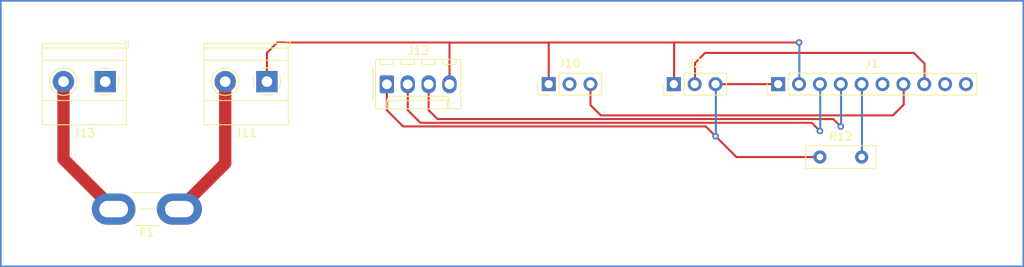
<source format=kicad_pcb>
(kicad_pcb (version 20211014) (generator pcbnew)
  (layers (0 "F.Cu" signal) (31 "B.Cu" signal) (34 "B.Paste" user) (35 "F.Paste" user) (36 "B.SilkS" user "B.Silkscreen") (37 "F.SilkS" user "F.Silkscreen") (38 "B.Mask" user) (39 "F.Mask" user) (44 "Edge.Cuts" user))
  (net 0 "")
  (net 1 "/BusBar+12V")
  (net 2 "/Current_In")
  (net 3 "GND")
  (net 5 "+5V")
  (net 6 "/ADC_A1")
  (net 8 "/ADC_SCL")
  (net 9 "/ADC_SDA")
  (net 10 "/ADC_ADDR")
  (net 12 "/ADC_A0")
  (net 14 "/Current_Out")
  (footprint "Connector_PinHeader_2.54mm:PinHeader_1x03_P2.54mm_Vertical" (layer "F.Cu") (at 215.265 40.64 90)
    (fp_text reference "J2" (at 2.54 2.54 180) (layer "F.SilkS"))
    (fp_text value "Conn_01x03_Female")
    (fp_line (start -1.33 -1.33) (end 0 -1.33) (layer "F.SilkS") (width 0.12))
    (fp_line (start 1.33 1.27) (end 1.33 6.41) (layer "F.SilkS") (width 0.12))
    (fp_line (start -1.33 0) (end -1.33 -1.33) (layer "F.SilkS") (width 0.12))
    (fp_line (start -1.33 1.27) (end -1.33 6.41) (layer "F.SilkS") (width 0.12))
    (fp_line (start -1.33 1.27) (end 1.33 1.27) (layer "F.SilkS") (width 0.12))
    (fp_line (start -1.33 6.41) (end 1.33 6.41) (layer "F.SilkS") (width 0.12))
    (pad "1" thru_hole rect (at 0 0 90) (size 1.7 1.7) (drill 1) (layers *.Cu *.Mask) (net 3 "GND"))
    (pad "2" thru_hole oval (at 0 2.54 90) (size 1.7 1.7) (drill 1) (layers *.Cu *.Mask) (net 6 "/ADC_A1"))
    (pad "3" thru_hole oval (at 0 5.08 90) (size 1.7 1.7) (drill 1) (layers *.Cu *.Mask) (net 5 "+5V"))
  )
  (footprint "TerminalBlock_Phoenix:TerminalBlock_Phoenix_MKDS-1,5-2-5.08_1x02_P5.08mm_Horizontal" (layer "F.Cu") (at 165.74 40.335 180)
    (fp_text reference "J11" (at 2.54 -6.26) (layer "F.SilkS"))
    (fp_text value "Screw_Terminal_01x02")
    (fp_line (start -2.6 -5.261) (end 7.68 -5.261) (layer "F.SilkS") (width 0.12))
    (fp_line (start -2.6 4.66) (end 7.68 4.66) (layer "F.SilkS") (width 0.12))
    (fp_line (start 6.355 -1.069) (end 6.308 -1.023) (layer "F.SilkS") (width 0.12))
    (fp_line (start -2.84 4.16) (end -2.84 4.9) (layer "F.SilkS") (width 0.12))
    (fp_line (start -2.6 -5.261) (end -2.6 4.66) (layer "F.SilkS") (width 0.12))
    (fp_line (start 6.15 -1.275) (end 6.115 -1.239) (layer "F.SilkS") (width 0.12))
    (fp_line (start 4.046 1.239) (end 4.011 1.274) (layer "F.SilkS") (width 0.12))
    (fp_line (start -2.84 4.9) (end -2.34 4.9) (layer "F.SilkS") (width 0.12))
    (fp_line (start -2.6 -2.301) (end 7.68 -2.301) (layer "F.SilkS") (width 0.12))
    (fp_line (start 7.68 -5.261) (end 7.68 4.66) (layer "F.SilkS") (width 0.12))
    (fp_line (start -2.6 4.1) (end 7.68 4.1) (layer "F.SilkS") (width 0.12))
    (fp_line (start 3.853 1.023) (end 3.806 1.069) (layer "F.SilkS") (width 0.12))
    (fp_line (start -2.6 2.6) (end 7.68 2.6) (layer "F.SilkS") (width 0.12))
    (fp_arc (start 0.028805 1.680253) (mid -0.335551 1.646659) (end -0.684 1.535) (layer "F.SilkS") (width 0.12))
    (fp_arc (start 0.683318 1.534756) (mid 0.349292 1.643288) (end 0 1.68) (layer "F.SilkS") (width 0.12))
    (fp_arc (start -1.535427 0.683042) (mid -1.680501 -0.000524) (end -1.535 -0.684) (layer "F.SilkS") (width 0.12))
    (fp_arc (start 1.535427 -0.683042) (mid 1.680501 0.000524) (end 1.535 0.684) (layer "F.SilkS") (width 0.12))
    (fp_arc (start -0.683042 -1.535427) (mid 0.000524 -1.680501) (end 0.684 -1.535) (layer "F.SilkS") (width 0.12))
    (fp_circle (center 5.08 0) (end 6.76 0) (layer "F.SilkS") (width 0.12) (fill none))
    (pad "1" thru_hole rect (at 0 0 180) (size 2.6 2.6) (drill 1.3) (layers *.Cu *.Mask) (net 3 "GND"))
    (pad "2" thru_hole circle (at 5.08 0 180) (size 2.6 2.6) (drill 1.3) (layers *.Cu *.Mask) (net 1 "/BusBar+12V"))
  )
  (footprint "Connector_PinHeader_2.54mm:PinHeader_1x03_P2.54mm_Vertical" (layer "F.Cu") (at 200.04 40.64 90)
    (fp_text reference "J10" (at 2.54 2.525 180) (layer "F.SilkS"))
    (fp_text value "Conn_01x03_Female")
    (fp_line (start -1.33 1.27) (end 1.33 1.27) (layer "F.SilkS") (width 0.12))
    (fp_line (start -1.33 0) (end -1.33 -1.33) (layer "F.SilkS") (width 0.12))
    (fp_line (start 1.33 1.27) (end 1.33 6.41) (layer "F.SilkS") (width 0.12))
    (fp_line (start -1.33 -1.33) (end 0 -1.33) (layer "F.SilkS") (width 0.12))
    (fp_line (start -1.33 1.27) (end -1.33 6.41) (layer "F.SilkS") (width 0.12))
    (fp_line (start -1.33 6.41) (end 1.33 6.41) (layer "F.SilkS") (width 0.12))
    (pad "1" thru_hole rect (at 0 0 90) (size 1.7 1.7) (drill 1) (layers *.Cu *.Mask) (net 3 "GND"))
    (pad "2" thru_hole oval (at 0 2.54 90) (size 1.7 1.7) (drill 1) (layers *.Cu *.Mask))
    (pad "3" thru_hole oval (at 0 5.08 90) (size 1.7 1.7) (drill 1) (layers *.Cu *.Mask) (net 12 "/ADC_A0"))
  )
  (footprint "Connector_Molex:Molex_KK-254_AE-6410-04A_1x04_P2.54mm_Vertical" (layer "F.Cu") (at 180.34 40.66)
    (fp_text reference "J12" (at 3.81 -4.12) (layer "F.SilkS"))
    (fp_text value "Conn_01x04_Male")
    (fp_line (start 0.8 -2.43) (end 0.8 -3.03) (layer "F.SilkS") (width 0.12))
    (fp_line (start -1.38 -3.03) (end -1.38 2.99) (layer "F.SilkS") (width 0.12))
    (fp_line (start 6.82 -3.03) (end 6.82 -2.43) (layer "F.SilkS") (width 0.12))
    (fp_line (start 9 -3.03) (end -1.38 -3.03) (layer "F.SilkS") (width 0.12))
    (fp_line (start 5.88 -2.43) (end 5.88 -3.03) (layer "F.SilkS") (width 0.12))
    (fp_line (start 0.25 2.99) (end 0.25 1.99) (layer "F.SilkS") (width 0.12))
    (fp_line (start 7.37 1.46) (end 7.62 1.99) (layer "F.SilkS") (width 0.12))
    (fp_line (start 4.28 -2.43) (end 5.88 -2.43) (layer "F.SilkS") (width 0.12))
    (fp_line (start 1.74 -3.03) (end 1.74 -2.43) (layer "F.SilkS") (width 0.12))
    (fp_line (start -1.67 -2) (end -1.67 2) (layer "F.SilkS") (width 0.12))
    (fp_line (start 6.82 -2.43) (end 8.42 -2.43) (layer "F.SilkS") (width 0.12))
    (fp_line (start -0.8 -3.03) (end -0.8 -2.43) (layer "F.SilkS") (width 0.12))
    (fp_line (start 9 2.99) (end 9 -3.03) (layer "F.SilkS") (width 0.12))
    (fp_line (start 1.74 -2.43) (end 3.34 -2.43) (layer "F.SilkS") (width 0.12))
    (fp_line (start -1.38 2.99) (end 9 2.99) (layer "F.SilkS") (width 0.12))
    (fp_line (start 0 1.99) (end 0.25 1.46) (layer "F.SilkS") (width 0.12))
    (fp_line (start 7.62 1.99) (end 7.62 2.99) (layer "F.SilkS") (width 0.12))
    (fp_line (start 0.25 1.46) (end 7.37 1.46) (layer "F.SilkS") (width 0.12))
    (fp_line (start -0.8 -2.43) (end 0.8 -2.43) (layer "F.SilkS") (width 0.12))
    (fp_line (start 0 1.99) (end 7.62 1.99) (layer "F.SilkS") (width 0.12))
    (fp_line (start 3.34 -2.43) (end 3.34 -3.03) (layer "F.SilkS") (width 0.12))
    (fp_line (start 4.28 -3.03) (end 4.28 -2.43) (layer "F.SilkS") (width 0.12))
    (fp_line (start 0 2.99) (end 0 1.99) (layer "F.SilkS") (width 0.12))
    (fp_line (start 8.42 -2.43) (end 8.42 -3.03) (layer "F.SilkS") (width 0.12))
    (fp_line (start 7.37 2.99) (end 7.37 1.99) (layer "F.SilkS") (width 0.12))
    (pad "1" thru_hole roundrect (at 0 0) (size 1.74 2.19) (drill 1.19) (layers *.Cu *.Mask) (roundrect_rratio 0.143678) (net 5 "+5V"))
    (pad "2" thru_hole oval (at 2.54 0) (size 1.74 2.19) (drill 1.19) (layers *.Cu *.Mask) (net 8 "/ADC_SCL"))
    (pad "3" thru_hole oval (at 5.08 0) (size 1.74 2.19) (drill 1.19) (layers *.Cu *.Mask) (net 9 "/ADC_SDA"))
    (pad "4" thru_hole oval (at 7.62 0) (size 1.74 2.19) (drill 1.19) (layers *.Cu *.Mask) (net 3 "GND"))
  )
  (footprint "TerminalBlock_Phoenix:TerminalBlock_Phoenix_MKDS-1,5-2-5.08_1x02_P5.08mm_Horizontal" (layer "F.Cu") (at 146.055 40.335 180)
    (fp_text reference "J13" (at 2.54 -6.26) (layer "F.SilkS"))
    (fp_text value "Screw_Terminal_01x02")
    (fp_line (start 4.046 1.239) (end 4.011 1.274) (layer "F.SilkS") (width 0.12))
    (fp_line (start -2.6 -5.261) (end -2.6 4.66) (layer "F.SilkS") (width 0.12))
    (fp_line (start 3.853 1.023) (end 3.806 1.069) (layer "F.SilkS") (width 0.12))
    (fp_line (start 7.68 -5.261) (end 7.68 4.66) (layer "F.SilkS") (width 0.12))
    (fp_line (start -2.6 4.1) (end 7.68 4.1) (layer "F.SilkS") (width 0.12))
    (fp_line (start -2.6 4.66) (end 7.68 4.66) (layer "F.SilkS") (width 0.12))
    (fp_line (start -2.84 4.9) (end -2.34 4.9) (layer "F.SilkS") (width 0.12))
    (fp_line (start 6.15 -1.275) (end 6.115 -1.239) (layer "F.SilkS") (width 0.12))
    (fp_line (start -2.6 2.6) (end 7.68 2.6) (layer "F.SilkS") (width 0.12))
    (fp_line (start -2.6 -2.301) (end 7.68 -2.301) (layer "F.SilkS") (width 0.12))
    (fp_line (start -2.6 -5.261) (end 7.68 -5.261) (layer "F.SilkS") (width 0.12))
    (fp_line (start -2.84 4.16) (end -2.84 4.9) (layer "F.SilkS") (width 0.12))
    (fp_line (start 6.355 -1.069) (end 6.308 -1.023) (layer "F.SilkS") (width 0.12))
    (fp_arc (start -0.683042 -1.535427) (mid 0.000524 -1.680501) (end 0.684 -1.535) (layer "F.SilkS") (width 0.12))
    (fp_arc (start -1.535427 0.683042) (mid -1.680501 -0.000524) (end -1.535 -0.684) (layer "F.SilkS") (width 0.12))
    (fp_arc (start 0.028805 1.680253) (mid -0.335551 1.646659) (end -0.684 1.535) (layer "F.SilkS") (width 0.12))
    (fp_arc (start 0.683318 1.534756) (mid 0.349292 1.643288) (end 0 1.68) (layer "F.SilkS") (width 0.12))
    (fp_arc (start 1.535427 -0.683042) (mid 1.680501 0.000524) (end 1.535 0.684) (layer "F.SilkS") (width 0.12))
    (fp_circle (center 5.08 0) (end 6.76 0) (layer "F.SilkS") (width 0.12) (fill none))
    (pad "1" thru_hole rect (at 0 0 180) (size 2.6 2.6) (drill 1.3) (layers *.Cu *.Mask) (net 14 "/Current_Out"))
    (pad "2" thru_hole circle (at 5.08 0 180) (size 2.6 2.6) (drill 1.3) (layers *.Cu *.Mask) (net 2 "/Current_In"))
  )
  (footprint "Resistor_THT:R_Box_L8.4mm_W2.5mm_P5.08mm" (layer "F.Cu") (at 233.05 49.53)
    (fp_text reference "R12" (at 2.54 -2.52) (layer "F.SilkS"))
    (fp_text value "R")
    (fp_line (start -1.77 1.39) (end 6.85 1.39) (layer "F.SilkS") (width 0.12))
    (fp_line (start -1.77 -1.39) (end 6.85 -1.39) (layer "F.SilkS") (width 0.12))
    (fp_line (start -1.77 -1.39) (end -1.77 1.39) (layer "F.SilkS") (width 0.12))
    (fp_line (start 6.85 -1.39) (end 6.85 1.39) (layer "F.SilkS") (width 0.12))
    (pad "1" thru_hole circle (at 0 0) (size 1.6 1.6) (drill 0.8) (layers *.Cu *.Mask) (net 5 "+5V"))
    (pad "2" thru_hole circle (at 5.08 0) (size 1.6 1.6) (drill 0.8) (layers *.Cu *.Mask) (net 10 "/ADC_ADDR"))
  )
  (footprint "Connector_PinHeader_2.54mm:PinHeader_1x10_P2.54mm_Vertical" (layer "F.Cu") (at 227.965 40.64 90)
    (fp_text reference "J1" (at 2.54 11.43 180) (layer "F.SilkS"))
    (fp_text value "Conn_01x10_Female")
    (fp_line (start 1.33 1.27) (end 1.33 24.19) (layer "F.SilkS") (width 0.12))
    (fp_line (start -1.33 -1.33) (end 0 -1.33) (layer "F.SilkS") (width 0.12))
    (fp_line (start -1.33 0) (end -1.33 -1.33) (layer "F.SilkS") (width 0.12))
    (fp_line (start -1.33 1.27) (end 1.33 1.27) (layer "F.SilkS") (width 0.12))
    (fp_line (start -1.33 24.19) (end 1.33 24.19) (layer "F.SilkS") (width 0.12))
    (fp_line (start -1.33 1.27) (end -1.33 24.19) (layer "F.SilkS") (width 0.12))
    (pad "1" thru_hole rect (at 0 0 90) (size 1.7 1.7) (drill 1) (layers *.Cu *.Mask) (net 5 "+5V"))
    (pad "2" thru_hole oval (at 0 2.54 90) (size 1.7 1.7) (drill 1) (layers *.Cu *.Mask) (net 3 "GND"))
    (pad "3" thru_hole oval (at 0 5.08 90) (size 1.7 1.7) (drill 1) (layers *.Cu *.Mask) (net 8 "/ADC_SCL"))
    (pad "4" thru_hole oval (at 0 7.62 90) (size 1.7 1.7) (drill 1) (layers *.Cu *.Mask) (net 9 "/ADC_SDA"))
    (pad "5" thru_hole oval (at 0 10.16 90) (size 1.7 1.7) (drill 1) (layers *.Cu *.Mask) (net 10 "/ADC_ADDR"))
    (pad "6" thru_hole oval (at 0 12.7 90) (size 1.7 1.7) (drill 1) (layers *.Cu *.Mask))
    (pad "7" thru_hole oval (at 0 15.24 90) (size 1.7 1.7) (drill 1) (layers *.Cu *.Mask) (net 12 "/ADC_A0"))
    (pad "8" thru_hole oval (at 0 17.78 90) (size 1.7 1.7) (drill 1) (layers *.Cu *.Mask) (net 6 "/ADC_A1"))
    (pad "9" thru_hole oval (at 0 20.32 90) (size 1.7 1.7) (drill 1) (layers *.Cu *.Mask))
    (pad "10" thru_hole oval (at 0 22.86 90) (size 1.7 1.7) (drill 1) (layers *.Cu *.Mask))
  )
  (footprint "Fuse:Fuse_Blade_Mini_directSolder" (layer "F.Cu") (at 155.08 55.88 180)
    (fp_text reference "F1" (at 3.95 -2.85) (layer "F.SilkS"))
    (fp_text value "Fuse")
    (fp_line (start 3.25 0) (end 4.85 0) (layer "F.SilkS") (width 0.12))
    (fp_line (start 5.6 2) (end 2.4 2) (layer "F.SilkS") (width 0.12))
    (fp_line (start 2.4 -2) (end 5.6 -2) (layer "F.SilkS") (width 0.12))
    (pad "1" thru_hole oval (at 0 0 180) (size 5.5 3.8) (drill oval 3.5 2) (layers *.Cu *.Mask) (net 1 "/BusBar+12V"))
    (pad "2" thru_hole oval (at 8 0 180) (size 5.3 3.8) (drill oval 3.5 2) (layers *.Cu *.Mask) (net 2 "/Current_In"))
  )
  (gr_rect (start 133.35 30.48) (end 257.81 62.865) (layer "B.Cu") (width 0.2) (fill none))
  (segment (start 160.66 40.335) (end 160.66 50.3) (width 1.5) (layer "F.Cu") (net 1))
  (segment (start 160.66 50.3) (end 155.08 55.88) (width 1.5) (layer "F.Cu") (net 1))
  (segment (start 140.975 49.775) (end 147.08 55.88) (width 1.5) (layer "F.Cu") (net 2))
  (segment (start 140.975 40.335) (end 140.975 49.775) (width 1.5) (layer "F.Cu") (net 2))
  (segment (start 200.055 35.56) (end 215.305 35.56) (width 0.25) (layer "F.Cu") (net 3))
  (segment (start 187.96 40.66) (end 187.96 35.59) (width 0.25) (layer "F.Cu") (net 3))
  (segment (start 165.735 36.83) (end 167.005 35.56) (width 0.25) (layer "F.Cu") (net 3))
  (segment (start 167.005 35.56) (end 187.96 35.56) (width 0.25) (layer "F.Cu") (net 3))
  (segment (start 187.96 35.59) (end 187.945 35.575) (width 0.25) (layer "F.Cu") (net 3))
  (segment (start 215.305 35.56) (end 230.505 35.56) (width 0.25) (layer "F.Cu") (net 3))
  (segment (start 200.04 40.64) (end 200.04 35.575) (width 0.25) (layer "F.Cu") (net 3))
  (segment (start 165.74 40.335) (end 165.74 36.835) (width 0.25) (layer "F.Cu") (net 3))
  (segment (start 165.74 36.835) (end 165.735 36.83) (width 0.25) (layer "F.Cu") (net 3))
  (segment (start 200.04 35.575) (end 187.945 35.575) (width 0.25) (layer "F.Cu") (net 3))
  (segment (start 200.04 35.575) (end 200.055 35.56) (width 0.25) (layer "F.Cu") (net 3))
  (segment (start 215.305 35.56) (end 215.305 40.57) (width 0.25) (layer "F.Cu") (net 3))
  (via (at 230.505 35.56) (size 0.8) (drill 0.4) (layers "F.Cu" "B.Cu") (net 3))
  (segment (start 230.545 35.6) (end 230.545 40.57) (width 0.25) (layer "B.Cu") (net 3))
  (segment (start 230.505 35.56) (end 230.545 35.6) (width 0.25) (layer "B.Cu") (net 3))
  (segment (start 222.885 49.53) (end 233.05 49.53) (width 0.25) (layer "F.Cu") (net 5))
  (segment (start 219.15356 45.79856) (end 182.32356 45.79856) (width 0.25) (layer "F.Cu") (net 5))
  (segment (start 220.345 46.99) (end 219.15356 45.79856) (width 0.25) (layer "F.Cu") (net 5))
  (segment (start 182.32356 45.79856) (end 180.34 43.815) (width 0.25) (layer "F.Cu") (net 5))
  (segment (start 220.345 46.99) (end 222.885 49.53) (width 0.25) (layer "F.Cu") (net 5))
  (segment (start 227.965 40.64) (end 220.345 40.64) (width 0.25) (layer "F.Cu") (net 5))
  (segment (start 180.34 43.815) (end 180.34 40.66) (width 0.25) (layer "F.Cu") (net 5))
  (via (at 220.345 46.99) (size 0.8) (drill 0.4) (layers "F.Cu" "B.Cu") (net 5))
  (segment (start 220.385 46.95) (end 220.385 40.57) (width 0.25) (layer "B.Cu") (net 5))
  (segment (start 220.345 46.99) (end 220.385 46.95) (width 0.25) (layer "B.Cu") (net 5))
  (segment (start 217.845 38.06) (end 217.845 40.57) (width 0.25) (layer "F.Cu") (net 6))
  (segment (start 219.075 36.83) (end 217.845 38.06) (width 0.25) (layer "F.Cu") (net 6))
  (segment (start 245.785 40.57) (end 245.785 38.14) (width 0.25) (layer "F.Cu") (net 6))
  (segment (start 244.475 36.83) (end 219.075 36.83) (width 0.25) (layer "F.Cu") (net 6))
  (segment (start 245.785 38.14) (end 244.475 36.83) (width 0.25) (layer "F.Cu") (net 6))
  (segment (start 232.03904 45.34904) (end 184.41404 45.34904) (width 0.25) (layer "F.Cu") (net 8))
  (segment (start 233.045 46.355) (end 232.03904 45.34904) (width 0.25) (layer "F.Cu") (net 8))
  (segment (start 184.41404 45.34904) (end 182.88 43.815) (width 0.25) (layer "F.Cu") (net 8))
  (segment (start 182.88 43.815) (end 182.88 40.66) (width 0.25) (layer "F.Cu") (net 8))
  (via (at 233.045 46.355) (size 0.8) (drill 0.4) (layers "F.Cu" "B.Cu") (net 8))
  (segment (start 233.085 46.315) (end 233.085 40.57) (width 0.25) (layer "B.Cu") (net 8))
  (segment (start 233.045 46.355) (end 233.085 46.315) (width 0.25) (layer "B.Cu") (net 8))
  (segment (start 186.50452 44.89952) (end 234.67502 44.89952) (width 0.25) (layer "F.Cu") (net 9))
  (segment (start 185.42 40.66) (end 185.42 43.815) (width 0.25) (layer "F.Cu") (net 9))
  (segment (start 234.67502 44.89952) (end 235.585 45.8095) (width 0.25) (layer "F.Cu") (net 9))
  (segment (start 185.42 43.815) (end 186.50452 44.89952) (width 0.25) (layer "F.Cu") (net 9))
  (via (at 235.585 45.8095) (size 0.8) (drill 0.4) (layers "F.Cu" "B.Cu") (net 9))
  (segment (start 235.585 45.8095) (end 235.625 45.7695) (width 0.25) (layer "B.Cu") (net 9))
  (segment (start 235.625 45.7695) (end 235.625 40.57) (width 0.25) (layer "B.Cu") (net 9))
  (segment (start 238.165 40.57) (end 238.165 49.495) (width 0.25) (layer "B.Cu") (net 10))
  (segment (start 238.165 49.495) (end 238.13 49.53) (width 0.25) (layer "B.Cu") (net 10))
  (segment (start 206.375 44.45) (end 241.935 44.45) (width 0.25) (layer "F.Cu") (net 12))
  (segment (start 241.935 44.45) (end 243.245 43.14) (width 0.25) (layer "F.Cu") (net 12))
  (segment (start 205.12 43.195) (end 206.375 44.45) (width 0.25) (layer "F.Cu") (net 12))
  (segment (start 243.245 43.14) (end 243.245 40.57) (width 0.25) (layer "F.Cu") (net 12))
  (segment (start 205.12 40.64) (end 205.12 43.195) (width 0.25) (layer "F.Cu") (net 12))
)
</source>
